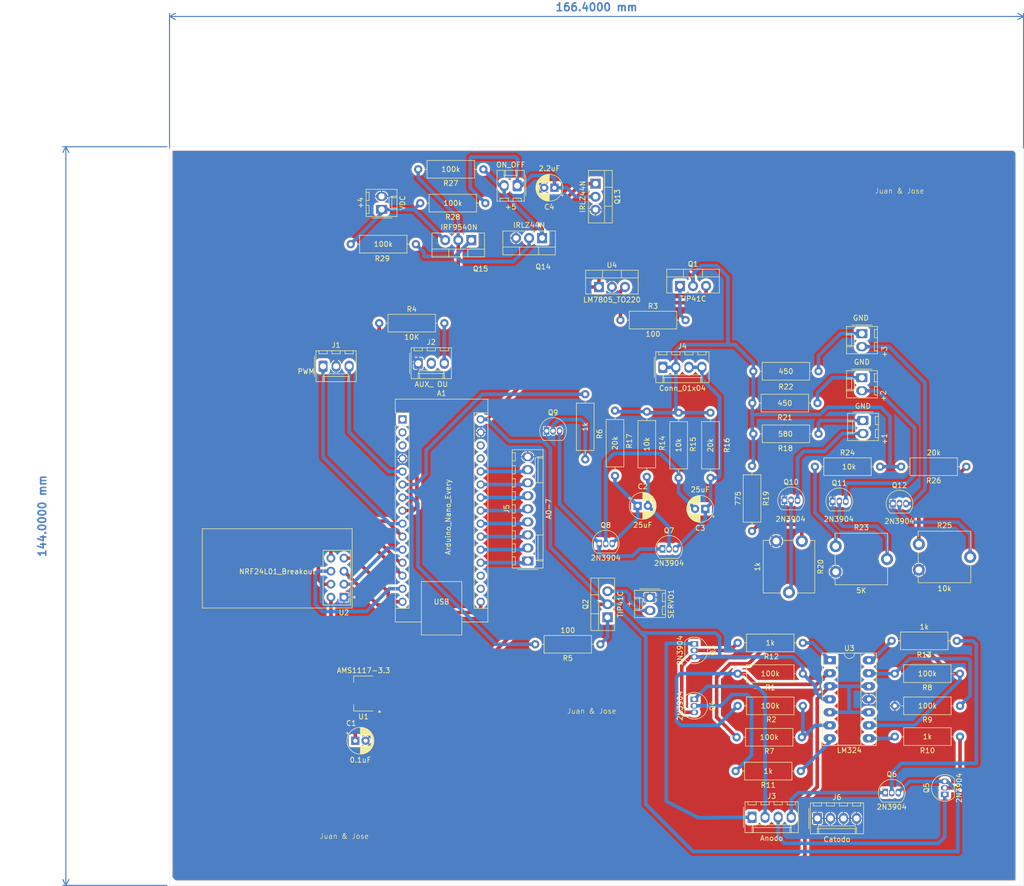
<source format=kicad_pcb>
(kicad_pcb (version 20240108) (generator "pcbnew") (generator_version "8.0")
  (layers (0 "F.Cu" signal) (31 "B.Cu" signal) (34 "B.Paste" user) (35 "F.Paste" user) (36 "B.SilkS" user "B.Silkscreen") (37 "F.SilkS" user "F.Silkscreen") (38 "B.Mask" user) (39 "F.Mask" user) (44 "Edge.Cuts" user))
  (net 0 "")
  (net 1 "Net-(+1-Pin_1)")
  (net 2 "Net-(+1-Pin_2)")
  (net 3 "Net-(+2-Pin_1)")
  (net 4 "Net-(+2-Pin_2)")
  (net 5 "Net-(+3-Pin_2)")
  (net 6 "Net-(+3-Pin_1)")
  (net 7 "MOSI")
  (net 8 "GND")
  (net 9 "MISO")
  (net 10 "CE")
  (net 11 "CSN")
  (net 12 "SCK")
  (net 13 "Net-(+4-Pin_1)")
  (net 14 "Net-(+5-Pin_2)")
  (net 15 "Net-(+5-Pin_1)")
  (net 16 "Net-(A1-A6)")
  (net 18 "Net-(A1-A2)")
  (net 20 "Net-(A1-A3)")
  (net 21 "PWM S")
  (net 22 "Net-(A1-SDA{slash}A4)")
  (net 24 "Net-(A1-SCL{slash}A5)")
  (net 25 "Net-(A1-A1)")
  (net 26 "Net-(A1-A7)")
  (net 30 "ITON")
  (net 31 "Luces")
  (net 33 "PWM D")
  (net 34 "Net-(A1-A0)")
  (net 35 "PWM M2")
  (net 36 "Net-(Q7-B)")
  (net 37 "Net-(Q8-C)")
  (net 38 "Net-(Q8-B)")
  (net 39 "Net-(J4-Pin_3)")
  (net 40 "PWM M")
  (net 41 "Net-(J2-Pin_3)")
  (net 43 "Net-(J3-Pin_3)")
  (net 44 "Net-(J3-Pin_2)")
  (net 45 "Net-(J3-Pin_1)")
  (net 46 "Net-(J3-Pin_4)")
  (net 47 "+14V")
  (net 48 "Net-(Q1-B)")
  (net 49 "Net-(Q2-E)")
  (net 50 "Net-(Q2-B)")
  (net 51 "Net-(Q3-B)")
  (net 52 "Net-(Q4-B)")
  (net 53 "Net-(Q5-B)")
  (net 54 "Net-(Q6-B)")
  (net 55 "Net-(Q7-E)")
  (net 56 "Net-(Q10-B)")
  (net 57 "Net-(Q11-B)")
  (net 58 "Net-(Q12-B)")
  (net 59 "Net-(Q14-D)")
  (net 60 "Net-(U3A--)")
  (net 61 "Net-(U3B--)")
  (net 62 "Net-(U4-VO)")
  (net 63 "Net-(U3C--)")
  (net 64 "Net-(U3D--)")
  (net 65 "Net-(R10-Pad2)")
  (net 66 "Net-(R11-Pad1)")
  (net 67 "Net-(R12-Pad2)")
  (net 68 "Net-(R13-Pad2)")
  (net 69 "Net-(R20-c)")
  (net 70 "Net-(R23-c)")
  (net 71 "Net-(R25-c)")
  (net 72 "3.3")
  (net 73 "IRQ")
  (net 74 "+5V")
  (net 75 "Net-(Q9-B)")
  (footprint "Package_TO_SOT_THT:TO-92_Inline" (layer "F.Cu") (at 151.03 88.135)
    (property "Reference" "Q11")
    (property "Value" "2N3904")
  )
  (footprint "Connector_Molex:Molex_KK-254_AE-6410-03A_1x03_P2.54mm_Vertical" (layer "F.Cu") (at 51.72 61.8)
    (property "Reference" "J1")
    (property "Value" "PWM")
  )
  (footprint "Package_TO_SOT_THT:TO-92_Inline" (layer "F.Cu") (at 117.86 97.4)
    (property "Reference" "Q7")
    (property "Value" "2N3904")
  )
  (footprint "Potentiometer_THT:Potentiometer_ACP_CA9-V10_Vertical" (layer "F.Cu") (at 167.8 101.475)
    (property "Reference" "R25")
    (property "Value" "10k")
  )
  (footprint "Connector_Molex:Molex_KK-254_AE-6410-03A_1x03_P2.54mm_Vertical" (layer "F.Cu") (at 70.26 61.22)
    (property "Reference" "J2")
    (property "Value" "AUX_ OU")
  )
  (footprint "Resistor_THT:R_Axial_DIN0309_L9.0mm_D3.2mm_P12.70mm_Horizontal" (layer "F.Cu") (at 177.05 81.375 180)
    (property "Reference" "R26")
    (property "Value" "20k")
  )
  (footprint "Resistor_THT:R_Axial_DIN0309_L9.0mm_D3.2mm_P12.70mm_Horizontal" (layer "F.Cu") (at 135.55 62.775)
    (property "Reference" "R22")
    (property "Value" "450")
  )
  (footprint "Resistor_THT:R_Axial_DIN0309_L9.0mm_D3.2mm_P12.70mm_Horizontal" (layer "F.Cu") (at 135.3 81.225 -90)
    (property "Reference" "R19")
    (property "Value" "775")
  )
  (footprint "Resistor_THT:R_Axial_DIN0309_L9.0mm_D3.2mm_P12.70mm_Horizontal" (layer "F.Cu") (at 175.82 128 180)
    (property "Reference" "R9")
    (property "Value" "100k")
  )
  (footprint "Resistor_THT:R_Axial_DIN0309_L9.0mm_D3.2mm_P12.70mm_Horizontal" (layer "F.Cu") (at 144.8 140.725 180)
    (property "Reference" "R11")
    (property "Value" "1k")
  )
  (footprint "Capacitor_THT:CP_Radial_D5.0mm_P2.00mm" (layer "F.Cu") (at 58 134.8)
    (property "Reference" "C1")
    (property "Value" "0.1uF")
  )
  (footprint "Resistor_THT:R_Axial_DIN0309_L9.0mm_D3.2mm_P12.70mm_Horizontal" (layer "F.Cu") (at 127.2 83.55 90)
    (property "Reference" "R16")
    (property "Value" "20k")
  )
  (footprint "Package_TO_SOT_THT:TO-220-3_Vertical" (layer "F.Cu") (at 94.4 36.8 180)
    (property "Reference" "Q14")
    (property "Value" "IRLZ44N")
  )
  (footprint "Connector_Molex:Molex_KK-254_AE-6410-02A_1x02_P2.54mm_Vertical" (layer "F.Cu") (at 89.54 26.6 180)
    (property "Reference" "+5")
    (property "Value" "ON_OFF")
  )
  (footprint "Package_TO_SOT_SMD:SOT-223-3_TabPin2" (layer "F.Cu") (at 59.6 125.6 180)
    (property "Reference" "U1")
    (property "Value" "AMS1117-3.3")
  )
  (footprint "Capacitor_THT:CP_Radial_D5.0mm_P2.00mm" (layer "F.Cu") (at 126.2 89.6 180)
    (property "Reference" "C3")
    (property "Value" "25uF")
  )
  (footprint "Resistor_THT:R_Axial_DIN0309_L9.0mm_D3.2mm_P12.70mm_Horizontal" (layer "F.Cu") (at 175.2 115.325 180)
    (property "Reference" "R13")
    (property "Value" "1k")
  )
  (footprint "Resistor_THT:R_Axial_DIN0309_L9.0mm_D3.2mm_P12.70mm_Horizontal" (layer "F.Cu") (at 109.65 52.8)
    (property "Reference" "R3")
    (property "Value" "100")
  )
  (footprint "Connector_Molex:Molex_KK-254_AE-6410-02A_1x02_P2.54mm_Vertical" (layer "F.Cu") (at 156.7 55.435 -90)
    (property "Reference" "+3")
    (property "Value" "GND")
  )
  (footprint "Resistor_THT:R_Axial_DIN0309_L9.0mm_D3.2mm_P12.70mm_Horizontal" (layer "F.Cu") (at 145.2 121.725 180)
    (property "Reference" "R1")
    (property "Value" "100k")
  )
  (footprint "Resistor_THT:R_Axial_DIN0309_L9.0mm_D3.2mm_P12.70mm_Horizontal" (layer "F.Cu") (at 82.95 23.4 180)
    (property "Reference" "R27")
    (property "Value" "100k")
  )
  (footprint "Package_TO_SOT_THT:TO-220-3_Vertical" (layer "F.Cu") (at 121.26 46.145)
    (property "Reference" "Q1")
    (property "Value" "TIP41C")
  )
  (footprint "Resistor_THT:R_Axial_DIN0309_L9.0mm_D3.2mm_P12.70mm_Horizontal" (layer "F.Cu") (at 175.8 121.725 180)
    (property "Reference" "R8")
    (property "Value" "100k")
  )
  (footprint "Connector_Molex:Molex_KK-254_AE-6410-02A_1x02_P2.54mm_Vertical" (layer "F.Cu") (at 63.13 31.22 90)
    (property "Reference" "+4")
    (property "Value" "VDC")
  )
  (footprint "Package_TO_SOT_THT:TO-220-3_Vertical" (layer "F.Cu") (at 104.8 26.2 -90)
    (property "Reference" "Q13")
    (property "Value" "IRLZ44N")
  )
  (footprint "Connector_Molex:Molex_KK-254_AE-6410-02A_1x02_P2.54mm_Vertical" (layer "F.Cu") (at 156.7 64.035 -90)
    (property "Reference" "+2")
    (property "Value" "GND")
  )
  (footprint "RF_Module:nRF24L01_Breakout" (layer "F.Cu") (at 55.7895 106.825 180)
    (property "Reference" "U2")
    (property "Value" "NRF24L01_Breakout")
  )
  (footprint "Resistor_THT:R_Axial_DIN0309_L9.0mm_D3.2mm_P12.70mm_Horizontal" (layer "F.Cu") (at 147.55 81.375)
    (property "Reference" "R24")
    (property "Value" "10k")
  )
  (footprint "Resistor_THT:R_Axial_DIN0309_L9.0mm_D3.2mm_P12.70mm_Horizontal" (layer "F.Cu") (at 135.55 74.975)
    (property "Reference" "R18")
    (property "Value" "580")
  )
  (footprint "Resistor_THT:R_Axial_DIN0309_L9.0mm_D3.2mm_P12.70mm_Horizontal" (layer "F.Cu") (at 132.5 128)
    (property "Reference" "R2")
    (property "Value" "100k")
  )
  (footprint "Package_DIP:DIP-14_W7.62mm_Socket_LongPads" (layer "F.Cu") (at 150.45 119.1)
    (property "Reference" "U3")
    (property "Value" "LM324")
  )
  (footprint "Connector_Molex:Molex_KK-254_AE-6410-02A_1x02_P2.54mm_Vertical" (layer "F.Cu") (at 115.4 106.86 -90)
    (property "Reference" "SERVO1")
    (property "Value" "+")
  )
  (footprint "Package_TO_SOT_THT:TO-92_Inline" (layer "F.Cu") (at 105.53 96.36)
    (property "Reference" "Q8")
    (property "Value" "2N3904")
  )
  (footprint "Resistor_THT:R_Axial_DIN0309_L9.0mm_D3.2mm_P12.70mm_Horizontal" (layer "F.Cu") (at 102.8 67.25 -90)
    (property "Reference" "R6")
    (property "Value" "1k")
  )
  (footprint "Resistor_THT:R_Axial_DIN0309_L9.0mm_D3.2mm_P12.70mm_Horizontal" (layer "F.Cu") (at 62.65 53.4)
    (property "Reference" "R4")
    (property "Value" "10K")
  )
  (footprint "Resistor_THT:R_Axial_DIN0309_L9.0mm_D3.2mm_P12.70mm_Horizontal" (layer "F.Cu") (at 105.75 116 180)
    (property "Reference" "R5")
    (property "Value" "100")
  )
  (footprint "Package_TO_SOT_THT:TO-92_Inline" (layer "F.Cu") (at 124.05 115.925 -90)
    (property "Reference" "Q3")
    (property "Value" "2N3904")
  )
  (footprint "Capacitor_THT:CP_Radial_D5.0mm_P2.00mm" (layer "F.Cu") (at 113 89)
    (property "Reference" "C2")
    (property "Value" "25uF")
  )
  (footprint "Package_TO_SOT_THT:TO-92_Inline" (layer "F.Cu") (at 95.26 74.4)
    (property "Reference" "Q9")
    (property "Value" "2N3904")
  )
  (footprint "Connector_Molex:Molex_KK-254_AE-6410-04A_1x04_P2.54mm_Vertical" (layer "F.Cu") (at 117.92 62)
    (property "Reference" "J4")
    (property "Value" "Conn_01x04")
  )
  (footprint "Resistor_THT:R_Axial_DIN0309_L9.0mm_D3.2mm_P12.70mm_Horizontal" (layer "F.Cu") (at 145 134.125 180)
    (property "Reference" "R7")
    (property "Value" "100k")
  )
  (footprint "Package_TO_SOT_THT:TO-220-3_Vertical" (layer "F.Cu") (at 80.6 37.2 180)
    (property "Reference" "Q15")
    (property "Value" "IRF9540N")
  )
  (footprint "Module:Arduino_Nano" (layer "F.Cu") (at 67.19 72.15)
    (property "Reference" "A1")
    (property "Value" "Arduino_Nano_Every")
  )
  (footprint "Resistor_THT:R_Axial_DIN0309_L9.0mm_D3.2mm_P12.70mm_Horizontal" (layer "F.Cu") (at 69.8 38 180)
    (property "Reference" "R29")
    (property "Value" "100k")
  )
  (footprint "Package_TO_SOT_THT:TO-92_Inline" (layer "F.Cu") (at 172.85 145.265 90)
    (property "Reference" "Q5")
    (property "Value" "2N3904")
  )
  (footprint "Connector_Molex:Molex_KK-254_AE-6410-04A_1x04_P2.54mm_Vertical" (layer "F.Cu") (at 148.04 149.945)
    (property "Reference" "J6")
    (property "Value" "Catodo")
  )
  (footprint "Resistor_THT:R_Axial_DIN0309_L9.0mm_D3.2mm_P12.70mm_Horizontal" (layer "F.Cu") (at 121 83.55 90)
    (property "Reference" "R15")
    (property "Value" "10k")
  )
  (footprint "Resistor_THT:R_Axial_DIN0309_L9.0mm_D3.2mm_P12.70mm_Horizontal" (layer "F.Cu") (at 108.6 83.15 90)
    (property "Reference" "R17")
    (property "Value" "20k")
  )
  (footprint "Package_TO_SOT_THT:TO-220-3_Vertical" (layer "F.Cu") (at 107.145 110.74 90)
    (property "Reference" "Q2")
    (property "Value" "TIP41C")
  )
  (footprint "Package_TO_SOT_THT:TO-220-3_Vertical" (layer "F.Cu") (at 105.46 46.345)
    (property "Reference" "U4")
    (property "Value" "LM7805_TO220")
  )
  (footprint "Package_TO_SOT_THT:TO-92_Inline" (layer "F.Cu") (at 162.76 88.575)
    (property "Reference" "Q12")
    (property "Value" "2N3904")
  )
  (footprint "Package_TO_SOT_THT:TO-92_Inline" (layer "F.Cu") (at 124.05 126.725 -90)
    (property "Reference" "Q4")
    (property "Value" "2N3904")
  )
  (footprint "Resistor_THT:R_Axial_DIN0309_L9.0mm_D3.2mm_P12.70mm_Horizontal" (layer "F.Cu") (at 175.82 134 180)
    (property "Reference" "R10")
    (property "Value" "1k")
  )
  (footprint "Resistor_THT:R_Axial_DIN0309_L9.0mm_D3.2mm_P12.70mm_Horizontal" (layer "F.Cu") (at 114.8 83.35 90)
    (property "Reference" "R14")
    (property "Value" "10k")
  )
  (footprint "Connector_Molex:Molex_KK-254_AE-6410-02A_1x02_P2.54mm_Vertical" (layer "F.Cu") (at 156.9 72.375 -90)
    (property "Reference" "+1")
    (property "Value" "GND")
  )
  (footprint "Potentiometer_THT:Potentiometer_ACP_CA9-V10_Vertical" (layer "F.Cu") (at 140 95.875 -90)
    (property "Reference" "R20")
    (property "Value" "1k")
  )
  (footprint "Connector_Molex:Molex_KK-254_AE-6410-09A_1x09_P2.54mm_Vertical" (layer "F.Cu") (at 91.6 99.76 90)
    (property "Reference" "J5")
    (property "Value" "A0-7")
  )
  (footprint "Resistor_THT:R_Axial_DIN0309_L9.0mm_D3.2mm_P12.70mm_Horizontal" (layer "F.Cu") (at 83.35 30 180)
    (property "Reference" "R28")
    (property "Value" "100k")
  )
  (footprint "Package_TO_SOT_THT:TO-92_Inline" (layer "F.Cu") (at 161.25 144.925)
    (property "Reference" "Q6")
    (property "Value" "2N3904")
  )
  (footprint "Capacitor_THT:CP_Radial_D5.0mm_P2.00mm" (layer "F.Cu") (at 96.8 27 180)
    (property "Reference" "C4")
    (property "Value" "2.2uF")
  )
  (footprint "Resistor_THT:R_Axial_DIN0309_L9.0mm_D3.2mm_P12.70mm_Horizontal" (layer "F.Cu") (at 132.5 115.725)
    (property "Reference" "R12")
    (property "Value" "1k")
  )
  (footprint "Package_TO_SOT_THT:TO-92_Inline" (layer "F.Cu") (at 141.63 87.935)
    (property "Reference" "Q10")
    (property "Value" "2N3904")
  )
  (footprint "Connector_Molex:Molex_KK-254_AE-6410-04A_1x04_P2.54mm_Vertical" (layer "F.Cu") (at 135.31 149.725)
    (property "Reference" "J3")
    (property "Value" "Anodo")
  )
  (footprint "Potentiometer_THT:Potentiometer_ACP_CA9-V10_Vertical" (layer "F.Cu") (at 151.6 101.875)
    (property "Reference" "R23")
    (property "Value" "5K")
  )
  (footprint "Resistor_THT:R_Axial_DIN0309_L9.0mm_D3.2mm_P12.70mm_Horizontal" (layer "F.Cu") (at 135.35 68.975)
    (property "Reference" "R21")
    (property "Value" "450")
  )
  (gr_rect (start 21.8 19) (end 188.2 163) (stroke (width 0.05)) (fill none) (layer "Edge.Cuts"))
  (gr_text "Juan & Jose\n" (at 159.2 28.2 0) (layer "F.SilkS") (effects (font (size 1 1) (thickness 0.1)) (justify left bottom)))
  (gr_text "Juan & Jose\n" (at 99.2 129.6 0) (layer "F.SilkS") (effects (font (size 1 1) (thickness 0.1)) (justify left bottom)))
  (gr_text "Juan & Jose\n" (at 51 154 0) (layer "F.SilkS") (effects (font (size 1 1) (thickness 0.1)) (justify left bottom)))
  (dimension (type aligned) (layer "B.Cu") (pts (xy 21.8 19.8) (xy 188.2 19.8)) (height -26.2) (gr_text "166.4000 mm" (at 105 -8.2 0) (layer "B.Cu") (effects (font (size 1.5 1.5) (thickness 0.3)))) (format (prefix "") (suffix "") (units 3) (units_format 1) (precision 4)) (style (thickness 0.2) (arrow_length 1.27) (text_position_mode 0) (extension_height 0.58642) (extension_offset 0.5) keep_text_aligned))
  (dimension (type aligned) (layer "B.Cu") (pts (xy 21.8 19) (xy 21.8 163)) (height 20.2) (gr_text "144.0000 mm" (at -3 91 90) (layer "B.Cu") (effects (font (size 1.5 1.5) (thickness 0.3)))) (format (prefix "") (suffix "") (units 3) (units_format 1) (precision 4)) (style (thickness 0.2) (arrow_length 1.27) (text_position_mode 2) (extension_height 0.58642) (extension_offset 0.5) keep_text_aligned))
  (segment (start 148.625 72.375) (end 156.9 72.375) (width 0.7) (layer "B.Cu") (net 1))
  (segment (start 148.25 74.975) (end 148.25 72.75) (width 0.7) (layer "B.Cu") (net 1))
  (segment (start 148.25 72.75) (end 148.625 72.375) (width 0.7) (layer "B.Cu") (net 1))
  (segment (start 152.885 74.915) (end 149.4 78.4) (width 0.7) (layer "B.Cu") (net 2))
  (segment (start 145.4 78.4) (end 144.17 79.63) (width 0.7) (layer "B.Cu") (net 2))
  (segment (start 144.17 79.63) (end 144.17 87.935) (width 0.7) (layer "B.Cu") (net 2))
  (segment (start 149.4 78.4) (end 145.4 78.4) (width 0.7) (layer "B.Cu") (net 2))
  (segment (start 156.9 74.915) (end 152.885 74.915) (width 0.7) (layer "B.Cu") (net 2))
  (segment (start 148.05 66.95) (end 150.965 64.035) (width 0.7) (layer "B.Cu") (net 3))
  (segment (start 150.965 64.035) (end 156.7 64.035) (width 0.7) (layer "B.Cu") (net 3))
  (segment (start 148.05 68.975) (end 148.05 66.95) (width 0.7) (layer "B.Cu") (net 3))
  (segment (start 156.7 66.575) (end 159.775 66.575) (width 0.7) (layer "B.Cu") (net 4))
  (segment (start 167 73.8) (end 167 83) (width 0.7) (layer "B.Cu") (net 4))
  (segment (start 167 83) (end 165.4 84.6) (width 0.7) (layer "B.Cu") (net 4))
  (segment (start 153.57 84.83) (end 153.57 88.135) (width 0.7) (layer "B.Cu") (net 4))
  (segment (start 165.4 84.6) (end 153.8 84.6) (width 0.7) (layer "B.Cu") (net 4))
  (segment (start 159.775 66.575) (end 167 73.8) (width 0.7) (layer "B.Cu") (net 4))
  (segment (start 153.8 84.6) (end 153.57 84.83) (width 0.7) (layer "B.Cu") (net 4))
  (segment (start 156.7 57.975) (end 161.975 57.975) (width 0.7) (layer "B.Cu") (net 5))
  (segment (start 169 85.8) (end 166.225 88.575) (width 0.7) (layer "B.Cu") (net 5))
  (segment (start 166.225 88.575) (end 165.3 88.575) (width 0.7) (layer "B.Cu") (net 5))
  (segment (start 161.975 57.975) (end 169 65) (width 0.7) (layer "B.Cu") (net 5))
  (segment (start 169 65) (end 169 85.8) (width 0.7) (layer "B.Cu") (net 5))
  (segment (start 152.565 55.435) (end 156.7 55.435) (width 0.7) (layer "B.Cu") (net 6))
  (segment (start 148.25 59.75) (end 152.565 55.435) (width 0.7) (layer "B.Cu") (net 6))
  (segment (start 148.25 62.775) (end 148.25 59.75) (width 0.7) (layer "B.Cu") (net 6))
  (segment (start 50.2 108.2) (end 51.6 109.6) (width 0.7) (layer "B.Cu") (net 7))
  (segment (start 64.63 105.17) (end 67.19 105.17) (width 0.7) (layer "B.Cu") (net 7))
  (segment (start 51.6 109.6) (end 60.2 109.6) (width 0.7) (layer "B.Cu") (net 7))
  (segment (start 50.655 101.745) (end 50.2 102.2) (width 0.7) (layer "B.Cu") (net 7))
  (segment (start 50.2 102.2) (end 50.2 108.2) (width 0.7) (layer "B.Cu") (net 7))
  (segment (start 53.2495 101.745) (end 50.655 101.745) (width 0.7) (layer "B.Cu") (net 7))
  (segment (start 60.2 109.6) (end 64.63 105.17) (width 0.7) (layer "B.Cu") (net 7))
  (segment (start 67.64 58.6) (end 70.26 61.22) (width 0.7) (layer "B.Cu") (net 8))
  (segment (start 54.4 58.6) (end 67.64 58.6) (width 0.7) (layer "B.Cu") (net 8))
  (segment (start 54.26 61.8) (end 54.26 58.74) (width 0.7) (layer "B.Cu") (net 8))
  (segment (start 54.26 58.74) (end 54.4 58.6) (width 0.7) (layer "B.Cu") (net 8))
  (segment (start 57.805 99.205) (end 64.4 105.8) (width 0.7) (layer "F.Cu") (net 9))
  (segment (start 64.4 106.6) (end 65.51 107.71) (width 0.7) (layer "F.Cu") (net 9))
  (segment (start 55.7895 99.205) (end 57.805 99.205) (width 0.7) (layer "F.Cu") (net 9))
  (segment (start 65.51 107.71) (end 67.19 107.71) (width 0.7) (layer "F.Cu") (net 9))
  (segment (start 64.4 105.8) (end 64.4 106.6) (width 0.7) (layer "F.Cu") (net 9))
  (segment (start 55.7895 104.285) (end 57.315 104.285) (width 0.7) (layer "B.Cu") (net 10))
  (segment (start 65.4 97.2) (end 65.75 97.55) (width 0.7) (layer "B.Cu") (net 10))
  (segment (start 65.75 97.55) (end 67.19 97.55) (width 0.7) (layer "B.Cu") (net 10))
  (segment (start 57.315 104.285) (end 64.4 97.2) (width 0.7) (layer "B.Cu") (net 10))
  (segment (start 64.4 97.2) (end 65.4 97.2) (width 0.7) (layer "B.Cu") (net 10))
  (segment (start 50.8 98) (end 53 95.8) (width 0.7) (layer "F.Cu") (net 11))
  (segment (start 53 95.8) (end 62.4 95.8) (width 0.7) (layer "F.Cu") (net 11))
  (segment (start 51.685 104.285) (end 50.8 103.4) (width 0.7) (layer "F.Cu") (net 11))
  (segment (start 50.8 103.4) (end 50.8 98) (width 0.7) (layer "F.Cu") (net 11))
  (segment (start 66.69 100.09) (end 67.19 100.09) (width 0.7) (layer "F.Cu") (net 11))
  (segment (start 62.4 95.8) (end 66.69 100.09) (width 0.7) (layer "F.Cu") (net 11))
  (segment (start 53.2495 104.285) (end 51.685 104.285) (width 0.7) (layer "F.Cu") (net 11))
  (segment (start 63.3555 108.3555) (end 64.8 109.8) (width 0.7) (layer "F.Cu") (net 12))
  (segment (start 82.43 108.97) (end 82.43 107.71) (width 0.7) (layer "F.Cu") (net 12))
  (segment (start 55.7895 101.745) (end 62.4 108.3555) (width 0.7) (layer "F.Cu") (net 12))
  (segment (start 62.4 108.3555) (end 63.3555 108.3555) (width 0.7) (layer "F.Cu") (net 12))
  (segment (start 64.8 109.8) (end 81.6 109.8) (width 0.7) (layer "F.Cu") (net 12))
  (segment (start 81.6 109.8) (end 82.43 108.97) (width 0.7) (layer "F.Cu") (net 12))
  (segment (start 63.13 31.22) (end 69.43 31.22) (width 0.7) (layer "B.Cu") (net 13))
  (segment (start 63.13 31.22) (end 63.13 31.97) (width 0.7) (layer "B.Cu") (net 13))
  (segment (start 63.13 31.97) (end 57.1 38) (width 0.7) (layer "B.Cu") (net 13))
  (segment (start 75.52 37.2) (end 75.41 37.2) (width 0.7) (layer "B.Cu") (net 13))
  (segment (start 75.41 37.2) (end 69.43 31.22) (width 0.7) (layer "B.Cu") (net 13))
  (segment (start 69.43 31.22) (end 70.65 30) (width 0.7) (layer "B.Cu") (net 13))
  (segment (start 94.4 33.8) (end 102 26.2) (width 0.7) (layer "F.Cu") (net 14))
  (segment (start 102 26.2) (end 104.8 26.2) (width 0.7) (layer "F.Cu") (net 14))
  (segment (start 94.4 36.8) (end 94.4 33.8) (width 0.7) (layer "F.Cu") (net 14))
  (segment (start 87 26.6) (end 86.15 26.6) (width 0.7) (layer "B.Cu") (net 14))
  (segment (start 94.4 35.6) (end 94.4 36.8) (width 0.7) (layer "B.Cu") (net 14))
  (segment (start 87 26.6) (end 87 28.2) (width 0.7) (layer "B.Cu") (net 14))
  (segment (start 86.15 26.6) (end 82.95 23.4) (width 0.7) (layer "B.Cu") (net 14))
  (segment (start 87 28.2) (end 94.4 35.6) (width 0.7) (layer "B.Cu") (net 14))
  (segment (start 89.2 21) (end 89.6 21.4) (width 0.7) (layer "B.Cu") (net 15))
  (segment (start 80.6 21) (end 89.2 21) (width 0.7) (layer "B.Cu") (net 15))
  (segment (start 80.4 21.2) (end 80.6 21) (width 0.7) (layer "B.Cu") (net 15))
  (segment (start 92.4 24.6) (end 96.2 24.6) (width 0.7) (layer "B.Cu") (net 15))
  (segment (start 99.2 27) (end 100.94 28.74) (width 0.7) (layer "B.Cu") (net 15))
  (segment (start 90.4 26.6) (end 92.4 24.6) (width 0.7) (layer "B.Cu") (net 15))
  (segment (start 83.35 30) (end 80.4 27.05) (width 0.7) (layer "B.Cu") (net 15))
  (segment (start 96.8 25.2) (end 96.8 27) (width 0.7) (layer "B.Cu") (net 15))
  (segment (start 100.94 28.74) (end 104.8 28.74) (width 0.7) (layer "B.Cu") (net 15))
  (segment (start 96.8 27) (end 99.2 27) (width 0.7) (layer "B.Cu") (net 15))
  (segment (start 89.6 21.4) (end 89.54 21.46) (width 0.7) (layer "B.Cu") (net 15))
  (segment (start 89.54 26.6) (end 90.4 26.6) (width 0.7) (layer "B.Cu") (net 15))
  (segment (start 89.54 21.46) (end 89.54 26.6) (width 0.7) (layer "B.Cu") (net 15))
  (segment (start 80.4 27.05) (end 80.4 21.2) (width 0.7) (layer "B.Cu") (net 15))
  (segment (start 96.2 24.6) (end 96.8 25.2) (width 0.7) (layer "B.Cu") (net 15))
  (segment (start 82.43 84.85) (end 91.27 84.85) (width 0.7) (layer "B.Cu") (net 16))
  (segment (start 91.27 84.85) (end 91.6 84.52) (width 0.7) (layer "B.Cu") (net 16))
  (segment (start 91.27 95.01) (end 91.6 94.68) (width 0.7) (layer "B.Cu") (net 18))
  (segment (start 82.43 95.01) (end 91.27 95.01) (width 0.7) (layer "B.Cu") (net 18))
  (segment (start 82.43 92.47) (end 91.27 92.47) (width 0.7) (layer "B.Cu") (net 20))
  (segment (start 91.27 92.47) (end 91.6 92.14) (width 0.7) (layer "B.Cu") (net 20))
  (segment (start 148 126.63) (end 148 143.8) (width 0.7) (layer "F.Cu") (net 21))
  (segment (start 25.8 151.4) (end 25.8 93.2) (width 0.7) (layer "F.Cu") (net 21))
  (segment (start 150.45 124.18) (end 148 126.63) (width 0.7) (layer "F.Cu") (net 21))
  (segment (start 144.4 158.4) (end 32.8 158.4) (width 0.7) (layer "F.Cu") (net 21))
  (segment (start 64.18 92) (end 67.19 95.01) (width 0.7) (layer "F.Cu") (net 21))
  (segment (start 25.8 93.2) (end 27 92) (width 0.7) (layer "F.Cu") (net 21))
  (segment (start 145.6 146.2) (end 145.6 157.2) (width 0.7) (layer "F.Cu") (net 21))
  (segment (start 27 92) (end 64.18 92) (width 0.7) (layer "F.Cu") (net 21))
  (segment (start 145.6 157.2) (end 144.4 158.4) (width 0.7) (layer "F.Cu") (net 21))
  (segment (start 148 143.8) (end 145.6 146.2) (width 0.7) (layer "F.Cu") (net 21))
  (segment (start 32.8 158.4) (end 25.8 151.4) (width 0.7) (layer "F.Cu") (net 21))
  (segment (start 154.2 124.18) (end 154.2 129.06) (width 0.7) (layer "B.Cu") (net 21))
  (segment (start 154.2 124.18) (end 150.45 124.18) (width 0.7) (layer "B.Cu") (net 21))
  (segment (start 154 129.26) (end 158.07 129.26) (width 0.7) (layer "B.Cu") (net 21))
  (segment (start 154.2 129.06) (end 154 129.26) (width 0.7) (layer "B.Cu") (net 21))
  (segment (start 150.45 129.26) (end 154 129.26) (width 0.7) (layer "B.Cu") (net 21))
  (segment (start 158.07 124.18) (end 154.2 124.18) (width 0.7) (layer "B.Cu") (net 21))
  (segment (start 82.43 89.93) (end 91.27 89.93) (width 0.7) (layer "B.Cu") (net 22))
  (segment (start 91.27 89.93) (end 91.6 89.6) (width 0.7) (layer "B.Cu") (net 22))
  (segment (start 91.27 87.39) (end 91.6 87.06) (width 0.7) (layer "B.Cu") (net 24))
  (segment (start 82.43 87.39) (end 91.27 87.39) (width 0.7) (layer "B.Cu") (net 24))
  (segment (start 91.27 97.55) (end 91.6 97.22) (width 0.7) (layer "B.Cu") (net 25))
  (segment (start 82.43 97.55) (end 91.27 97.55) (width 0.7) (layer "B.Cu") (net 25))
  (segment (start 91.27 82.31) (end 91.6 81.98) (width 0.7) (layer "B.Cu") (net 26))
  (segment (start 82.43 82.31) (end 91.27 82.31) (width 0.7) (layer "B.Cu") (net 26))
  (segment (start 70 70.4) (end 70 89.2) (width 0.7) (layer "F.Cu") (net 30))
  (segment (start 69.27 89.93) (end 67.19 89.93) (width 0.7) (layer "F.Cu") (net 30))
  (segment (start 62.65 63.05) (end 70 70.4) (width 0.7) (layer "F.Cu") (net 30))
  (segment (start 62.65 53.4) (end 62.65 63.05) (width 0.7) (layer "F.Cu") (net 30))
  (segment (start 70 89.2) (end 69.27 89.93) (width 0.7) (layer "F.Cu") (net 30))
  (segment (start 71.8 78.2) (end 71.8 82.8) (width 0.7) (layer "B.Cu") (net 31))
  (segment (start 71.8 82.8) (end 69.75 84.85) (width 0.7) (layer "B.Cu") (net 31))
  (segment (start 82.75 67.25) (end 71.8 78.2) (width 0.7) (layer "B.Cu") (net 31))
  (segment (start 102.8 67.25) (end 82.75 67.25) (width 0.7) (layer "B.Cu") (net 31))
  (segment (start 69.75 84.85) (end 67.19 84.85) (width 0.7) (layer "B.Cu") (net 31))
  (segment (start 70.2 88.6) (end 68.99 87.39) (width 0.7) (layer "B.Cu") (net 33))
  (segment (start 93.05 116) (end 85.4 116) (width 0.7) (layer "B.Cu") (net 33))
  (segment (start 85.4 116) (end 70.2 100.8) (width 0.7) (layer "B.Cu") (net 33))
  (segment (start 70.2 100.8) (end 70.2 88.6) (width 0.7) (layer "B.Cu") (net 33))
  (segment (start 68.99 87.39) (end 67.19 87.39) (width 0.7) (layer "B.Cu") (net 33))
  (segment (start 82.43 100.09) (end 91.27 100.09) (width 0.7) (layer "B.Cu") (net 34))
  (segment (start 91.27 100.09) (end 91.6 99.76) (width 0.7) (layer "B.Cu") (net 34))
  (segment (start 64.67 92.47) (end 67.19 92.47) (width 0.7) (layer "B.Cu") (net 35))
  (segment (start 51.72 79.52) (end 64.67 92.47) (width 0.7) (layer "B.Cu") (net 35))
  (segment (start 51.72 61.8) (end 51.72 79.52) (width 0.7) (layer "B.Cu") (net 35))
  (segment (start 119.13 93.13) (end 115 89) (width 0.7) (layer "B.Cu") (net 36))
  (segment (start 119.13 97.4) (end 119.13 93.13) (width 0.7) (layer "B.Cu") (net 36))
  (segment (start 115 89) (end 115 83.55) (width 0.7) (layer "B.Cu") (net 36))
  (segment (start 115 83.55) (end 114.8 83.35) (width 0.7) (layer "B.Cu") (net 36))
  (segment (start 113 89) (end 113 91.43) (width 0.7) (layer "B.Cu") (net 37))
  (segment (start 108.6 84.6) (end 113 89) (width 0.7) (layer "B.Cu") (net 37))
  (segment (start 113 91.43) (end 108.07 96.36) (width 0.7) (layer "B.Cu") (net 37))
  (segment (start 108.6 83.15) (end 108.6 84.6) (width 0.7) (layer "B.Cu") (net 37))
  (segment (start 108.4 78.8) (end 117.4 78.8) (width 0.7) (layer "B.Cu") (net 38))
  (segment (start 106.8 80.4) (end 108.4 78.8) (width 0.7) (layer "B.Cu") (net 38))
  (segment (start 117.4 78.8) (end 121 82.4) (width 0.7) (layer "B.Cu") (net 38))
  (segment (start 106.8 96.36) (end 106.8 80.4) (width 0.7) (layer "B.Cu") (net 38))
  (segment (start 121 86.4) (end 124.2 89.6) (width 0.7) (layer "B.Cu") (net 38))
  (segment (start 121 83.55) (end 121 86.4) (width 0.7) (layer "B.Cu") (net 38))
  (segment (start 121 82.4) (end 121 83.55) (width 0.7) (layer "B.Cu") (net 38))
  (segment (start 125.54 64.34) (end 129 67.8) (width 0.7) (layer "B.Cu") (net 39))
  (segment (start 125.54 62) (end 123 62) (width 0.7) (layer "B.Cu") (net 39))
  (segment (start 129 83.2) (end 128.65 83.55) (width 0.7) (layer "B.Cu") (net 39))
  (segment (start 126.2 91.6) (end 120.4 97.4) (width 0.7) (layer "B.Cu") (net 39))
  (segment (start 126.2 89.6) (end 126.2 91.6) (width 0.7) (layer "B.Cu") (net 39))
  (segment (start 127.2 83.55) (end 127.2 88.6) (width 0.7) (layer "B.Cu") (net 39))
  (segment (start 129 67.8) (end 129 83.2) (width 0.7) (layer "B.Cu") (net 39))
  (segment (start 127.2 88.6) (end 126.2 89.6) (width 0.7) (layer "B.Cu") (net 39))
  (segment (start 125.54 62) (end 125.54 64.34) (width 0.7) (layer "B.Cu") (net 39))
  (segment (start 128.65 83.55) (end 127.2 83.55) (width 0.7) (layer "B.Cu") (net 39))
  (segment (start 56.8 74.6) (end 64.51 82.31) (width 0.7) (layer "B.Cu") (net 40))
  (segment (start 64.51 82.31) (end 67.19 82.31) (width 0.7) (layer "B.Cu") (net 40))
  (segment (start 56.8 61.8) (end 56.8 74.6) (width 0.7) (layer "B.Cu") (net 40))
  (segment (start 75.34 53.41) (end 75.35 53.4) (width 0.7) (layer "B.Cu") (net 41))
  (segment (start 75.34 61.22) (end 75.34 53.41) (width 0.7) (layer "B.Cu") (net 41))
  (segment (start 141.6 154.8) (end 171.6 154.8) (width 0.7) (layer "B.Cu") (net 43))
  (segment (start 172.85 153.55) (end 172.85 145.265) (width 0.7) (layer "B.Cu") (net 43))
  (segment (start 171.6 154.8) (end 172.85 153.55) (width 0.7) (layer "B.Cu") (net 43))
  (segment (start 140.39 149.725) (end 140.39 153.59) (width 0.7) (layer "B.Cu") (net 43))
  (segment (start 140.39 153.59) (end 141.6 154.8) (width 0.7) (layer "B.Cu") (net 43))
  (segment (start 137.85 149.725) (end 137.85 125.85) (width 0.7) (layer "B.Cu") (net 44))
  (segment (start 137.85 125.85) (end 136.2 124.2) (width 0.7) (layer "B.Cu") (net 44))
  (segment (start 126.575 124.2) (end 124.05 126.725) (width 0.7) (layer "B.Cu") (net 44))
  (segment (start 136.2 124.2) (end 126.575 124.2) (width 0.7) (layer "B.Cu") (net 44))
  (segment (start 129.675 149.725) (end 128.4 149.8) (width 0.7) (layer "B.Cu") (net 45))
  (segment (start 135.31 149.725) (end 129.675 149.725) (width 0.7) (layer "B.Cu") (net 45))
  (segment (start 124.8 149.8) (end 118.6 146.6) (width 0.7) (layer "B.Cu") (net 45))
  (segment (start 121 115.8) (end 124.05 115.925) (width 0.7) (layer "B.Cu") (net 45))
  (segment (start 118.6 115.8) (end 121 115.8) (width 0.7) (layer "B.Cu") (net 45))
  (segment (start 118.6 146.6) (end 118.6 115.8) (width 0.7) (layer "B.Cu") (net 45))
  (segment (start 128.4 149.8) (end 124.8 149.8) (width 0.7) (layer "B.Cu") (net 45))
  (segment (start 142.93 146.27) (end 144.275 144.925) (width 0.7) (layer "B.Cu") (net 46))
  (segment (start 144.275 144.925) (end 161.25 144.925) (width 0.7) (layer "B.Cu") (net 46))
  (segment (start 142.93 149.725) (end 142.93 146.27) (width 0.7) (layer "B.Cu") (net 46))
  (segment (start 78.06 43.26) (end 78.06 37.2) (width 0.7) (layer "F.Cu") (net 47))
  (segment (start 122.8 43.6) (end 123.8 44.6) (width 0.7) (layer "F.Cu") (net 47))
  (segment (start 105.46 44.54) (end 106.2 43.8) (width 0.7) (layer "F.Cu") (net 47))
  (segment (start 81.145 46.345) (end 78.06 43.26) (width 0.7) (layer "F.Cu") (net 47))
  (segment (start 122.2 43.6) (end 122.8 43.6) (width 0.7) (layer "F.Cu") (net 47))
  (segment (start 105.46 46.345) (end 81.145 46.345) (width 0.7) (layer "F.Cu") (net 47))
  (segment (start 123.8 44.6) (end 123.8 46.145) (width 0.7) (layer "F.Cu") (net 47))
  (segment (start 106.2 43.8) (end 122.2 43.6) (width 0.7) (layer "F.Cu") (net 47))
  (segment (start 105.46 46.345) (end 105.46 44.54) (width 0.7) (layer "F.Cu") (net 47))
  (segment (start 135.55 74.975) (end 135.55 80.975) (width 0.7) (layer "B.Cu") (net 47))
  (segment (start 130.6 44.4) (end 130.6 57.6) (width 0.7) (layer "B.Cu") (net 47))
  (segment (start 128.4 42.2) (end 130.6 44.4) (width 0.7) (layer "B.Cu") (net 47))
  (segment (start 120.46 58.74) (end 120.46 62) (width 0.7) (layer "B.Cu") (net 47))
  (segment (start 130.6 57.6) (end 121.6 57.6) (width 0.7) (layer "B.Cu") (net 47))
  (segment (start 135.55 68.775) (end 135.35 68.975) (width 0.7) (layer "B.Cu") (net 47))
  (segment (start 162.2 71.6) (end 160.4 69.8) (width 0.7) (layer "B.Cu") (net 47))
  (segment (start 135.55 80.975) (end 135.3 81.225) (width 0.7) (layer "B.Cu") (net 47))
  (segment (start 120.46 62) (end 120.46 70.31) (width 0.7) (layer "B.Cu") (net 47))
  (segment (start 70.25 23.4) (end 70.25 25.05) (width 0.7) (layer "B.Cu") (net 47))
  (segment (start 123.8 43.8) (end 125.4 42.2) (width 0.7) (layer "B.Cu") (net 47))
  (segment (start 132 57.6) (end 130.6 57.6) (width 0.7) (layer "B.Cu") (net 47))
  (segment (start 78.06 32.86) (end 78.06 37.2) (width 0.7) (layer "B.Cu") (net 47))
  (segment (start 125.4 42.2) (end 128.4 42.2) (width 0.7) (layer "B.Cu") (net 47))
  (segment (start 121 70.85) (end 127.2 70.85) (width 0.7) (layer "B.Cu") (net 47))
  (segment (start 135.35 68.975) (end 135.35 71.2) (width 0.7) (layer "B.Cu") (net 47))
  (segment (start 135.35 71.2) (end 135.35 74.775) (width 0.7) (layer "B.Cu") (net 47))
  (segment (start 162.2 81.375) (end 162.2 71.6) (width 0.7) (layer "B.Cu") (net 47))
  (segment (start 123.8 46.145) (end 123.8 43.8) (width 0.7) (layer "B.Cu") (net 47))
  (segment (start 115 70.85) (end 114.8 70.65) (width 0.7) (layer "B.Cu") (net 47))
  (segment (start 150 69.8) (end 148.6 71.2) (width 0.7) (layer "B.Cu") (net 47))
  (segment (start 162.2 81.375) (end 160.25 81.375) (width 0.7) (layer "B.Cu") (net 47))
  (segment (start 135.35 74.775) (end 135.55 74.975) (width 0.7) (layer "B.Cu") (net 47))
  (segment (start 121.6 57.6) (end 120.46 58.74) (width 0.7) (layer "B.Cu") (net 47))
  (segment (start 120.46 70.31) (end 121 70.85) (width 0.7) (layer "B.Cu") (net 47))
  (segment (start 108.8 70.65) (end 108.6 70.45) (width 0.7) (layer "B.Cu") (net 47))
  (segment (start 121 70.85) (end 115 70.85) (width 0.7) (layer "B.Cu") (net 47))
  (segment (start 135.55 61.15) (end 132 57.6) (width 0.7) (layer "B.Cu") (net 47))
  (segment (start 148.6 71.2) (end 135.35 71.2) (width 0.7) (layer "B.Cu") (net 47))
  (segment (start 164.35 81.375) (end 162.2 81.375) (width 0.7) (layer "B.Cu") (net 47))
  (segment (start 160.4 69.8) (end 150 69.8) (width 0.7) (layer "B.Cu") (net 47))
  (segment (start 135.55 62.775) (end 135.55 68.775) (width 0.7) (layer "B.Cu") (net 47))
  (segment (start 117.92 62) (end 120.46 62) (width 0.7) (layer "B.Cu") (net 47))
  (segment (start 135.55 62.775) (end 135.55 61.15) (width 0.7) (layer "B.Cu") (net 47))
  (segment (start 70.25 25.05) (end 78.06 32.86) (width 0.7) (layer "B.Cu") (net 47))
  (segment (start 114.8 70.65) (end 108.8 70.65) (width 0.7) (layer "B.Cu") (net 47))
  (segment (start 121.26 46.145) (end 121.26 51.71) (width 0.7) (layer "B.Cu") (net 48))
  (segment (start 121.26 51.71) (end 122.35 52.8) (width 0.7) (layer "B.Cu") (net 48))
  (segment (start 113.4 109.4) (end 111.4 107.4) (width 0.7) (layer "B.Cu") (net 49))
  (segment (start 115.4 109.4) (end 113.4 109.4) (width 0.7) (layer "B.Cu") (net 49))
  (segment (start 111.4 106.32) (end 110.74 105.66) (width 0.7) (layer "B.Cu") (net 49))
  (segment (start 110.74 105.66) (end 107.145 105.66) (width 0.7) (layer "B.Cu") (net 49))
  (segment (start 111.4 107.4) (end 111.4 106.32) (width 0.7) (layer "B.Cu") (net 49))
  (segment (start 107.145 110.74) (end 107.145 114.605) (width 0.7) (layer "B.Cu") (net 50))
  (segment (start 107.145 114.605) (end 105.75 116) (width 0.7) (layer "B.Cu") (net 50))
  (segment (start 131.03 117.195) (end 132.5 115.725) (width 0.7) (layer "F.Cu") (net 51))
  (segment (start 124.05 117.195) (end 131.03 117.195) (width 0.7) (layer "F.Cu") (net 51))
  (segment (start 131.4 125.8) (end 129.205 127.995) (width 0.7) (layer "B.Cu") (net 52))
  (segment (start 134.4 125.8) (end 131.4 125.8) (width 0.7) (layer "B.Cu") (net 52))
  (segment (start 129.205 127.995) (end 124.05 127.995) (width 0.7) (layer "B.Cu") (net 52))
  (segment (start 135.2 126.6) (end 134.4 125.8) (width 0.7) (layer "B.Cu") (net 52))
  (segment (start 135.2 137.625) (end 135.2 126.6) (width 0.7) (layer "B.Cu") (net 52))
  (segment (start 132.1 140.725) (end 135.2 137.625) (width 0.7) (layer "B.Cu") (net 52))
  (segment (start 172.85 143.995) (end 175.605 143.995) (width 0.7) (layer "F.Cu") (net 53))
  (segment (start 175.605 143.995) (end 175.82 143.78) (width 0.7) (layer "F.Cu") (net 53))
  (segment (start 175.82 143.78) (end 175.82 134) (width 0.7) (layer "F.Cu") (net 53))
  (segment (start 178.325 115.325) (end 179 116) (width 0.7) (layer "B.Cu") (net 54))
  (segment (start 162.52 141.88) (end 162.52 144.925) (width 0.7) (layer "B.Cu") (net 54))
  (segment (start 179 116) (end 179 139.2) (width 0.7) (layer "B.Cu") (net 54))
  (segment (start 162.6 141) (end 162.6 141.8) (width 0.7) (layer "B.Cu") (net 54))
  (segment (start 179 139.2) (end 164.4 139.2) (width 0.7) (layer "B.Cu") (net 54))
  (segment (start 164.4 139.2) (end 162.6 141) (width 0.7) (layer "B.Cu") (net 54))
  (segment (start 162.6 141.8) (end 162.52 141.88) (width 0.7) (layer "B.Cu") (net 54))
  (segment (start 175.2 115.325) (end 178.325 115.325) (width 0.7) (layer "B.Cu") (net 54))
  (segment (start 105.8 98.8) (end 105.8 98.6) (width 0.7) (layer "B.Cu") (net 55))
  (segment (start 97.8 74.4) (end 97.8 88.63) (width 0.7) (layer "B.Cu") (net 55))
  (segment (start 113.4 97.4) (end 112 98.8) (width 0.7) (layer "B.Cu") (net 55))
  (segment (start 105.53 98.33) (end 105.53 96.36) (width 0.7) (layer "B.Cu") (net 55))
  (segment (start 97.8 88.63) (end 105.53 96.36) (width 0.7) (layer "B.Cu") (net 55))
  (segment (start 105.8 98.6) (end 105.53 98.33) (width 0.7) (layer "B.Cu") (net 55))
  (segment (start 117.86 97.4) (end 113.4 97.4) (width 0.7) (layer "B.Cu") (net 55))
  (segment (start 112 98.8) (end 105.8 98.8) (width 0.7) (layer "B.Cu") (net 55))
  (segment (start 142.9 105.475) (end 142.5 105.875) (width 0.7) (layer "B.Cu") (net 56))
  (segment (start 142.9 87.935) (end 142.9 105.475) (width 0.7) (layer "B.Cu") (net 56))
  (segment (start 161.6 95) (end 161.6 99.375) (width 0.7) (layer "B.Cu") (net 57))
  (segment (start 159.6 93) (end 161.6 95) (width 0.7) (layer "B.Cu") (net 57))
  (segment (start 153 93) (end 159.6 93) (width 0.7) (layer "B.Cu") (net 57))
  (segment (start 152.3 92.3) (end 153 93) (width 0.7) (layer "B.Cu") (net 57))
  (segment (start 152.3 88.135) (end 152.3 92.3) (width 0.7) (layer "B.Cu") (net 57))
  (segment (start 177.8 94.6) (end 177.8 98.975) (width 0.7) (layer "B.Cu") (net 58))
  (segment (start 164.03 88.575) (end 164.03 90.03) (width 0.7) (layer "B.Cu") (net 58))
  (segment (start 166.2 92.2) (end 175.4 92.2) (width 0.7) (layer "B.Cu") (net 58))
  (segment (start 164.03 90.03) (end 166.2 92.2) (width 0.7) (layer "B.Cu") (net 58))
  (segment (start 175.4 92.2) (end 177.8 94.6) (width 0.7) (layer "B.Cu") (net 58))
  (segment (start 69.8 38) (end 71.4 39.6) (width 0.7) (layer "B.Cu") (net 59))
  (segment (start 91.86 38.34) (end 88.8 41.4) (width 0.7) (layer "B.Cu") (net 59))
  (segment (start 77.4 40.4) (end 77.6 40.2) (width 0.7) (layer "B.Cu") (net 59))
  (segment (start 88.8 41.4) (end 78.8 41.4) (width 0.7) (layer "B.Cu") (net 59))
  (segment (start 78.8 41.4) (end 77.6 40.2) (width 0.7) (layer "B.Cu") (net 59))
  (segment (start 77.6 40.2) (end 80.6 37.2) (width 0.7) (layer "B.Cu") (net 59))
  (segment (start 71.4 40.4) (end 77.4 40.4) (width 0.7) (layer "B.Cu") (net 59))
  (segment (start 91.86 36.8) (end 91.86 38.34) (width 0.7) (layer "B.Cu") (net 59))
  (segment (start 71.4 39.6) (end 71.4 40.4) (width 0.7) (layer "B.Cu") (net 59))
  (segment (start 150.45 121.64) (end 150.04 121.64) (width 0.7) (layer "F.Cu") (net 60))
  (segment (start 147.88 123.8) (end 136 123.8) (width 0.7) (layer "F.Cu") (net 60))
  (segment (start 136 123.8) (end 133.925 121.725) (width 0.7) (layer "F.Cu") (net 60))
  (segment (start 150.04 121.64) (end 147.88 123.8) (width 0.7) (layer "F.Cu") (net 60))
  (segment (start 133.925 121.725) (end 132.5 121.725) (width 0.7) (layer "F.Cu") (net 60))
  (segment (start 120.6 122.4) (end 120.6 131) (width 0.7) (layer "B.Cu") (net 60))
  (segment (start 121.4 131.8) (end 128.7 131.8) (width 0.7) (layer "B.Cu") (net 60))
  (segment (start 132.5 121.725) (end 121.275 121.725) (width 0.7) (layer "B.Cu") (net 60))
  (segment (start 120.6 131) (end 121.4 131.8) (width 0.7) (layer "B.Cu") (net 60))
  (segment (start 121.275 121.725) (end 120.6 122.4) (width 0.7) (layer "B.Cu") (net 60))
  (segment (start 128.7 131.8) (end 132.5 128) (width 0.7) (layer "B.Cu") (net 60))
  (segment (start 145.475 133.925) (end 147.6 131.8) (width 0.7) (layer "B.Cu") (net 61))
  (segment (start 147.6 131.8) (end 150.45 131.8) (width 0.7) (layer "B.Cu") (net 61))
  (segment (start 145.2 128) (end 145.2 133.925) (width 0.7) (layer "B.Cu") (net 61))
  (segment (start 145.2 133.925) (end 145.475 133.925) (width 0.7) (layer "B.Cu") (net 61))
  (segment (start 145.2 133.925) (end 145 134.125) (width 0.7) (layer "B.Cu") (net 61))
  (segment (start 109.65 52.8) (end 109.65 47.235) (width 0.7) (layer "F.Cu") (net 62))
  (segment (start 109.65 47.235) (end 110.54 46.345) (width 0.7) (layer "F.Cu") (net 62))
  (segment (start 143.184189 111.8) (end 143.384189 111.6) (width 0.7) (layer "F.Cu") (net 63))
  (segment (start 143.384189 111.6) (end 167.6 111.6) (width 0.7) (layer "F.Cu") (net 63))
  (segment (start 142.6 111.8) (end 143.184189 111.8) (width 0.7) (layer "F.Cu") (net 63))
  (segment (start 167.6 111.6) (end 167.6 115.4) (width 0.7) (layer "F.Cu") (net 63))
  (segment (start 128.4 130.225) (end 128.4 122.4) (width 0.7) (layer "F.Cu") (net 63))
  (segment (start 132.3 134.125) (end 128.4 130.225) (width 0.7) (layer "F.Cu") (net 63))
  (segment (start 167.6 115.4) (end 173.925 121.725) (width 0.7) (layer "F.Cu") (net 63))
  (segment (start 173.925 121.725) (end 175.8 121.725) (width 0.7) (layer "F.Cu") (net 63))
  (segment (start 134.6 119.8) (end 142.6 111.8) (width 0.7) (layer "F.Cu") (net 63))
  (segment (start 128.4 122.4) (end 131 119.8) (width 0.7) (layer "F.Cu") (net 63))
  (segment (start 131 119.8) (end 134.6 119.8) (width 0.7) (layer "F.Cu") (net 63))
  (segment (start 158.07 131.8) (end 167 131.8) (width 0.7) (layer "B.Cu") (net 63))
  (segment (start 175.8 123) (end 175.8 121.725) (width 0.7) (layer "B.Cu") (net 63))
  (segment (start 167 131.8) (end 175.8 123) (width 0.7) (layer "B.Cu") (net 63))
  (segment (start 177.8 119.2) (end 177.4 118.8) (width 0.7) (layer "B.Cu") (net 64))
  (segment (start 163.1 121.725) (end 158.155 121.725) (width 0.7) (layer "B.Cu") (net 64))
  (segment (start 177.4 118.8) (end 166.025 118.8) (width 0.7) (layer "B.Cu") (net 64))
  (segment (start 166.025 118.8) (end 163.1 121.725) (width 0.7) (layer "B.Cu") (net 64))
  (segment (start 175.82 128) (end 177.8 126.02) (width 0.7) (layer "B.Cu") (net 64))
  (segment (start 177.8 126.02) (end 177.8 119.2) (width 0.7) (layer "B.Cu") (net 64))
  (segment (start 158.155 121.725) (end 158.07 121.64) (width 0.7) (layer "B.Cu") (net 64))
  (segment (start 162.78 134.34) (end 163.12 134) (width 0.7) (layer "B.Cu") (net 65))
  (segment (start 158.07 134.34) (end 162.78 134.34) (width 0.7) (layer "B.Cu") (net 65))
  (segment (start 150.45 135.075) (end 150.45 134.34) (width 0.7) (layer "B.Cu") (net 66))
  (segment (start 144.8 140.725) (end 150.45 135.075) (width 0.7) (layer "B.Cu") (net 66))
  (segment (start 145.2 115.725) (end 147.075 115.725) (width 0.7) (layer "B.Cu") (net 67))
  (segment (start 147.075 115.725) (end 150.45 119.1) (width 0.7) (layer "B.Cu") (net 67))
  (segment (start 158.07 119.1) (end 158.725 119.1) (width 0.7) (layer "B.Cu") (net 68))
  (segment (start 158.725 119.1) (end 162.5 115.325) (width 0.7) (layer "B.Cu") (net 68))
  (segment (start 145 93.4) (end 144.2 92.6) (width 0.7) (layer "F.Cu") (net 69))
  (segment (start 144.2 92.6) (end 136.625 92.6) (width 0.7) (layer "F.Cu") (net 69))
  (segment (start 136.625 92.6) (end 135.3 93.925) (width 0.7) (layer "F.Cu") (net 69))
  (segment (start 145 95.875) (end 145 93.4) (width 0.7) (layer "F.Cu") (net 69))
  (segment (start 147.55 90.35) (end 147.55 81.375) (width 0.7) (layer "B.Cu") (net 70))
  (segment (start 151.6 96.875) (end 151.6 94.4) (width 0.7) (layer "B.Cu") (net 70))
  (segment (start 151.6 94.4) (end 147.55 90.35) (width 0.7) (layer "B.Cu") (net 70))
  (segment (start 167.8 90.625) (end 177.05 81.375) (width 0.7) (layer "F.Cu") (net 71))
  (segment (start 167.8 96.475) (end 167.8 90.625) (width 0.7) (layer "F.Cu") (net 71))
  (segment (start 62.75 125.6) (end 56.45 125.6) (width 0.7) (layer "F.Cu") (net 72))
  (segment (start 53.2495 106.825) (end 53.2495 122.3995) (width 0.7) (layer "F.Cu") (net 72))
  (segment (start 56.45 130.65) (end 56.45 125.6) (width 0.7) (layer "F.Cu") (net 72))
  (segment (start 58 132.2) (end 56.45 130.65) (width 0.7) (layer "F.Cu") (net 72))
  (segment (start 58 134.8) (end 58 132.2) (width 0.7) (layer "F.Cu") (net 72))
  (segment (start 53.2495 122.3995) (end 56.45 125.6) (width 0.7) (layer "F.Cu") (net 72))
  (segment (start 62 97.44) (end 67.19 102.63) (width 0.7) (layer "F.Cu") (net 73))
  (segment (start 53.8 97.2) (end 61.8 97.2) (width 0.7) (layer "F.Cu") (net 73))
  (segment (start 61.8 97.2) (end 62 97.4) (width 0.7) (layer "F.Cu") (net 73))
  (segment (start 53.2495 99.205) (end 53.2495 97.7505) (width 0.7) (layer "F.Cu") (net 73))
  (segment (start 62 97.4) (end 62 97.44) (width 0.7) (layer "F.Cu") (net 73))
  (segment (start 53.2495 97.7505) (end 53.8 97.2) (width 0.7) (layer "F.Cu") (net 73))
  (segment (start 119.4 49.4) (end 124.4 49.4) (width 0.7) (layer "F.Cu") (net 74))
  (segment (start 124.05 118.465) (end 123.335 118.465) (width 0.7) (layer "F.Cu") (net 74))
  (segment (start 126.34 47.46) (end 126.34 46.145) (width 0.7) (layer "F.Cu") (net 74))
  (segment (start 123.335 118.465) (end 121.6 120.2) (width 0.7) (layer "F.Cu") (net 74))
  (segment (start 121.6 120.2) (end 121.6 128.6) (width 0.7) (layer "F.Cu") (net 74))
  (segment (start 83.65 72.15) (end 97.4 58.4) (width 0.7) (layer "F.Cu") (net 74))
  (segment (start 82.43 72.15) (end 83.65 72.15) (width 0.7) (layer "F.Cu") (net 74))
  (segment (start 122.265 129.265) (end 124.05 129.265) (width 0.7) (layer "F.Cu") (net 74))
  (segment (start 121.6 128.6) (end 122.265 129.265) (width 0.7) (layer "F.Cu") (net 74))
  (segment (start 94.4 108.2) (end 79.3 123.3) (width 0.7) (layer "F.Cu") (net 74))
  (segment (start 79.3 123.3) (end 62.75 123.3) (width 0.7) (layer "F.Cu") (net 74))
  (segment (start 110.4 58.4) (end 119.4 49.4) (width 0.7) (layer "F.Cu") (net 74))
  (segment (start 107.145 108.2) (end 94.4 108.2) (width 0.7) (layer "F.Cu") (net 74))
  (segment (start 97.4 58.4) (end 110.4 58.4) (width 0.7) (layer "F.Cu") (net 74))
  (segment (start 124.4 49.4) (end 126.34 47.46) (width 0.7) (layer "F.Cu") (net 74))
  (segment (start 172.85 142.725) (end 173.32528 142.725) (width 0.7) (layer "B.Cu") (net 74))
  (segment (start 145.2 120.4) (end 143.265 118.465) (width 0.7) (layer "B.Cu") (net 74))
  (segment (start 123.8 156.4) (end 114.6 147.2) (width 0.7) (layer "B.Cu") (net 74))
  (segment (start 173.32528 142.725) (end 175.4 144.79972) (width 0.7) (layer "B.Cu") (net 74))
  (segment (start 175.4 156.4) (end 123.8 156.4) (width 0.7) (layer "B.Cu") (net 74))
  (segment (start 96 97.055) (end 96 77.8) (width 0.7) (layer "B.Cu") (net 74))
  (segment (start 129 118.465) (end 124.05 118.465) (width 0.7) (layer "B.Cu") (net 74))
  (segment (start 107.145 108.2) (end 96 97.055) (width 0.7) (layer "B.Cu") (net 74))
  (segment (start 147.6 125.2) (end 149.12 126.72) (width 0.7) (layer "B.Cu") (net 74))
  (segment (start 145.2 121.725) (end 147.6 124.125) (width 0.7) (layer "B.Cu") (net 74))
  (segment (start 145.2 121.725) (end 145.2 120.4) (width 0.7) (layer "B.Cu") (net 74))
  (segment (start 175.4 144.79972) (end 175.4 156.4) (width 0.7) (layer "B.Cu") (net 74))
  (segment (start 109.2 108.2) (end 107.145 108.2) (width 0.7) (layer "B.Cu") (net 74))
  (segment (start 109.2 109.2) (end 109.2 108.2) (width 0.7) (layer "B.Cu") (net 74))
  (segment (start 114.6 147.2) (end 114.6 114.6) (width 0.7) (layer "B.Cu") (net 74))
  (segment (start 147.6 124.125) (end 147.6 125.2) (width 0.7) (layer "B.Cu") (net 74))
  (segment (start 83.75 72.15) (end 82.43 72.15) (width 0.7) (layer "B.Cu") (net 74))
  (segment (start 172.85 142.725) (end 165.99 142.725) (width 0.7) (layer "B.Cu") (net 74))
  (segment (start 129 118.465) (end 129 114.6) (width 0.7) (layer "B.Cu") (net 74))
  (segment (start 88 76.4) (end 83.75 72.15) (width 0.7) (layer "B.Cu") (net 74))
  (segment (start 94.6 76.4) (end 88 76.4) (width 0.7) (layer "B.Cu") (net 74))
  (segment (start 165.99 142.725) (end 163.79 144.925) (width 0.7) (layer "B.Cu") (net 74))
  (segment (start 149.12 126.72) (end 150.45 126.72) (width 0.7) (layer "B.Cu") (net 74))
  (segment (start 128.2 113.8) (end 113.8 113.8) (width 0.7) (layer "B.Cu") (net 74))
  (segment (start 143.265 118.465) (end 129 118.465) (width 0.7) (layer "B.Cu") (net 74))
  (segment (start 114.6 114.6) (end 113.8 113.8) (width 0.7) (layer "B.Cu") (net 74))
  (segment (start 113.8 113.8) (end 109.2 109.2) (width 0.7) (layer "B.Cu") (net 74))
  (segment (start 129 114.6) (end 128.2 113.8) (width 0.7) (layer "B.Cu") (net 74))
  (segment (start 96 77.8) (end 94.6 76.4) (width 0.7) (layer "B.Cu") (net 74))
  (segment (start 97.6 72.2) (end 96.53 73.27) (width 0.7) (layer "B.Cu") (net 75))
  (segment (start 96.53 73.27) (end 96.53 74.4) (width 0.7) (layer "B.Cu") (net 75))
  (segment (start 102.8 73) (end 102 72.2) (width 0.7) (layer "B.Cu") (net 75))
  (segment (start 102.8 79.95) (end 102.8 73) (width 0.7) (layer "B.Cu") (net 75))
  (segment (start 102 72.2) (end 97.6 72.2) (width 0.7) (layer "B.Cu") (net 75))
  (zone (net 8) (net_name "GND") (layers "F&B.Cu") (connect_pads thru_hole_only (clearance 0.5)) (min_thickness 0.2) (fill yes (thermal_gap 0.2) (thermal_bridge_width 0.2))
    (polygon (pts (xy 22.4 19.8) (xy 186.2 19.8) (xy 186.6 20.2) (xy 186.6 162) (xy 23 162) (xy 22.4 161.4)))
  )
)
</source>
